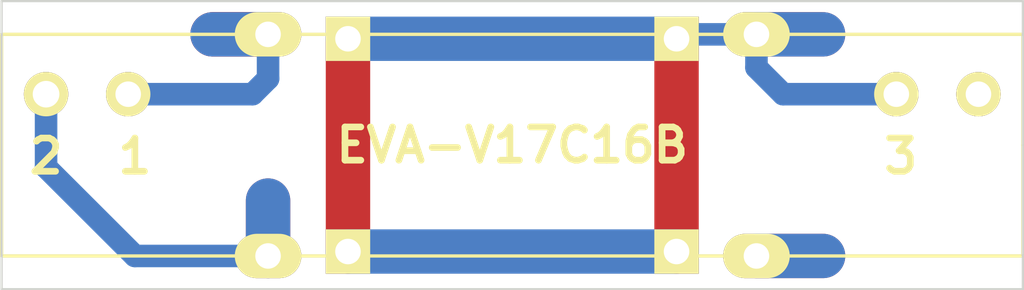
<source format=kicad_pcb>
(kicad_pcb (version 3) (host pcbnew "(2013-07-07 BZR 4022)-stable")

  (general
    (links 3)
    (no_connects 0)
    (area 62.416999 35.917 109.583001 50.583)
    (thickness 1.6)
    (drawings 8)
    (tracks 24)
    (zones 0)
    (modules 1)
    (nets 4)
  )

  (page A3)
  (layers
    (15 F.Cu signal)
    (0 B.Cu signal)
    (16 B.Adhes user)
    (17 F.Adhes user)
    (18 B.Paste user)
    (19 F.Paste user)
    (20 B.SilkS user)
    (21 F.SilkS user)
    (22 B.Mask user)
    (23 F.Mask user)
    (24 Dwgs.User user)
    (25 Cmts.User user)
    (26 Eco1.User user)
    (27 Eco2.User user)
    (28 Edge.Cuts user)
  )

  (setup
    (last_trace_width 2)
    (trace_clearance 0.508)
    (zone_clearance 0.508)
    (zone_45_only no)
    (trace_min 0.254)
    (segment_width 0.2)
    (edge_width 0.1)
    (via_size 0.889)
    (via_drill 0.635)
    (via_min_size 0.889)
    (via_min_drill 0.508)
    (uvia_size 0.508)
    (uvia_drill 0.127)
    (uvias_allowed no)
    (uvia_min_size 0.508)
    (uvia_min_drill 0.127)
    (pcb_text_width 0.3)
    (pcb_text_size 1.5 1.5)
    (mod_edge_width 0.15)
    (mod_text_size 1 1)
    (mod_text_width 0.15)
    (pad_size 2 2)
    (pad_drill 1.15)
    (pad_to_mask_clearance 0)
    (aux_axis_origin 0 0)
    (visible_elements 7FFFFFFF)
    (pcbplotparams
      (layerselection 284196865)
      (usegerberextensions true)
      (excludeedgelayer true)
      (linewidth 0.150000)
      (plotframeref false)
      (viasonmask false)
      (mode 1)
      (useauxorigin false)
      (hpglpennumber 1)
      (hpglpenspeed 20)
      (hpglpendiameter 15)
      (hpglpenoverlay 2)
      (psnegative false)
      (psa4output false)
      (plotreference false)
      (plotvalue false)
      (plotothertext true)
      (plotinvisibletext false)
      (padsonsilk false)
      (subtractmaskfromsilk true)
      (outputformat 1)
      (mirror false)
      (drillshape 0)
      (scaleselection 1)
      (outputdirectory "../Roland JP-4 slider/Gerbers/"))
  )

  (net 0 "")
  (net 1 N-000001)
  (net 2 N-000002)
  (net 3 N-000003)

  (net_class Default "This is the default net class."
    (clearance 0.508)
    (trace_width 2)
    (via_dia 0.889)
    (via_drill 0.635)
    (uvia_dia 0.508)
    (uvia_drill 0.127)
    (add_net "")
    (add_net N-000001)
    (add_net N-000002)
    (add_net N-000003)
  )

  (module EVA-V17C16B (layer F.Cu) (tedit 53371E46) (tstamp 5334628C)
    (at 86 43 180)
    (path /53344772)
    (fp_text reference EVA1 (at 0 -6.5 180) (layer F.SilkS) hide
      (effects (font (size 1 1) (thickness 0.15)))
    )
    (fp_text value POT (at 0 6 180) (layer F.SilkS) hide
      (effects (font (size 1 1) (thickness 0.15)))
    )
    (fp_line (start -23 0) (end -23 -5) (layer F.SilkS) (width 0.15))
    (fp_line (start -23 -5) (end 23 -5) (layer F.SilkS) (width 0.15))
    (fp_line (start 23 -5) (end 23 5) (layer F.SilkS) (width 0.15))
    (fp_line (start 23 5) (end -23 5) (layer F.SilkS) (width 0.15))
    (fp_line (start -23 5) (end -23 0) (layer F.SilkS) (width 0.15))
    (pad 4 thru_hole rect (at 7.4 4.8 180) (size 2 2) (drill 1.15)
      (layers *.Cu *.Mask F.SilkS)
    )
    (pad 5 thru_hole rect (at 7.4 -4.8 180) (size 2 2) (drill 1.15)
      (layers *.Cu *.Mask F.SilkS)
    )
    (pad 6 thru_hole rect (at -7.4 -4.8 180) (size 2 2) (drill 1.15)
      (layers *.Cu *.Mask F.SilkS)
    )
    (pad 7 thru_hole rect (at -7.4 4.8 180) (size 2 2) (drill 1.15)
      (layers *.Cu *.Mask F.SilkS)
    )
    (pad 2 thru_hole circle (at 21 2.3 180) (size 2 2) (drill 1.2)
      (layers *.Cu *.Mask F.SilkS)
      (net 2 N-000002)
    )
    (pad 1 thru_hole circle (at 17.3 2.3 180) (size 2 2) (drill 1.15)
      (layers *.Cu *.Mask F.SilkS)
      (net 1 N-000001)
    )
    (pad 3 thru_hole circle (at -17.3 2.3 180) (size 2 2) (drill 1.15)
      (layers *.Cu *.Mask F.SilkS)
      (net 3 N-000003)
    )
    (pad 8 thru_hole circle (at -21 2.3 180) (size 2 2) (drill 1.15)
      (layers *.Cu *.Mask F.SilkS)
    )
    (pad 9 thru_hole oval (at -11 -5 180) (size 3 2) (drill 1.15)
      (layers *.Cu *.Mask F.SilkS)
    )
    (pad 3 thru_hole oval (at -11 5 180) (size 3 2) (drill 1.15)
      (layers *.Cu *.Mask F.SilkS)
      (net 3 N-000003)
    )
    (pad 2 thru_hole oval (at 11 -5 180) (size 3 2) (drill 1.15)
      (layers *.Cu *.Mask F.SilkS)
      (net 2 N-000002)
    )
    (pad 1 thru_hole oval (at 11 5 180) (size 3 2) (drill 1.15)
      (layers *.Cu *.Mask F.SilkS)
      (net 1 N-000001)
    )
  )

  (gr_text 2 (at 65 43.5) (layer F.SilkS)
    (effects (font (size 1.5 1.5) (thickness 0.3)))
  )
  (gr_text 1 (at 69 43.5) (layer F.SilkS)
    (effects (font (size 1.5 1.5) (thickness 0.3)))
  )
  (gr_text 3 (at 103.5 43.5) (layer F.SilkS)
    (effects (font (size 1.5 1.5) (thickness 0.3)))
  )
  (gr_text EVA-V17C16B (at 86 43) (layer F.SilkS)
    (effects (font (size 1.5 1.5) (thickness 0.3)))
  )
  (gr_line (start 109 49.5) (end 63 49.5) (angle 90) (layer Edge.Cuts) (width 0.1))
  (gr_line (start 109 36.5) (end 109 49.5) (angle 90) (layer Edge.Cuts) (width 0.1))
  (gr_line (start 63 36.5) (end 109 36.5) (angle 90) (layer Edge.Cuts) (width 0.1))
  (gr_line (start 63 49.5) (end 63 36.5) (angle 90) (layer Edge.Cuts) (width 0.1))

  (segment (start 78.6 47.8) (end 93.4 47.8) (width 2) (layer B.Cu) (net 0) (status C00000))
  (segment (start 78.6 38.2) (end 93.4 38.2) (width 2) (layer B.Cu) (net 0) (status C00000))
  (segment (start 78.6 38.2) (end 78.6 47.8) (width 2) (layer F.Cu) (net 0))
  (segment (start 93.4 38.2) (end 93.4 47.8) (width 2) (layer F.Cu) (net 0))
  (segment (start 97 48) (end 100 48) (width 2) (layer F.Cu) (net 0))
  (segment (start 97 48) (end 100 48) (width 2) (layer B.Cu) (net 0))
  (segment (start 75 38) (end 72.5 38) (width 2) (layer F.Cu) (net 1))
  (segment (start 75 38) (end 72.5 38) (width 2) (layer F.Cu) (net 1))
  (segment (start 75 38) (end 72.5 38) (width 2) (layer B.Cu) (net 1))
  (segment (start 68.7 40.7) (end 74.3 40.7) (width 1.016) (layer B.Cu) (net 1))
  (segment (start 75 40) (end 75 38) (width 1.016) (layer B.Cu) (net 1) (tstamp 5336E138))
  (segment (start 74.3 40.7) (end 75 40) (width 1.016) (layer B.Cu) (net 1) (tstamp 5336E136))
  (segment (start 75 48) (end 75 45.5) (width 2) (layer F.Cu) (net 2))
  (segment (start 75 48) (end 75 45.5) (width 2) (layer B.Cu) (net 2))
  (segment (start 75 48) (end 69 48) (width 1.016) (layer B.Cu) (net 2))
  (segment (start 65 44) (end 65 40.7) (width 1.016) (layer B.Cu) (net 2) (tstamp 5336E13F))
  (segment (start 69 48) (end 65 44) (width 1.016) (layer B.Cu) (net 2) (tstamp 5336E13D))
  (segment (start 97 38) (end 100 38) (width 2) (layer F.Cu) (net 3))
  (segment (start 97 38) (end 100 38) (width 2) (layer B.Cu) (net 3))
  (segment (start 97 38) (end 93.7 38) (width 1.016) (layer B.Cu) (net 3))
  (segment (start 93.7 38) (end 93.5 38.2) (width 1.016) (layer B.Cu) (net 3) (tstamp 5336E131))
  (segment (start 97 38) (end 97 39.5) (width 1.016) (layer B.Cu) (net 3))
  (segment (start 98.2 40.7) (end 103.3 40.7) (width 1.016) (layer B.Cu) (net 3) (tstamp 5336E12E))
  (segment (start 97 39.5) (end 98.2 40.7) (width 1.016) (layer B.Cu) (net 3) (tstamp 5336E12B))

)

</source>
